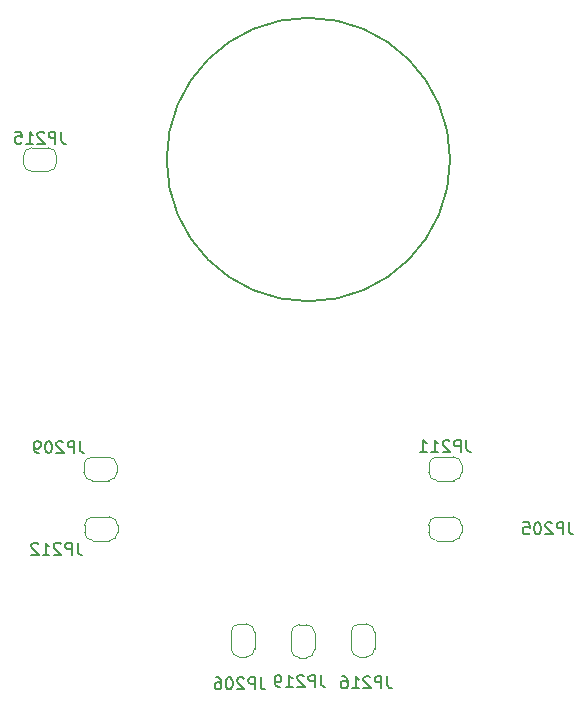
<source format=gbr>
%TF.GenerationSoftware,KiCad,Pcbnew,(6.0.0)*%
%TF.CreationDate,2022-01-14T12:57:49+01:00*%
%TF.ProjectId,ADRmu,4144526d-752e-46b6-9963-61645f706362,rev?*%
%TF.SameCoordinates,Original*%
%TF.FileFunction,Legend,Bot*%
%TF.FilePolarity,Positive*%
%FSLAX46Y46*%
G04 Gerber Fmt 4.6, Leading zero omitted, Abs format (unit mm)*
G04 Created by KiCad (PCBNEW (6.0.0)) date 2022-01-14 12:57:49*
%MOMM*%
%LPD*%
G01*
G04 APERTURE LIST*
%ADD10C,0.150000*%
%ADD11C,0.120000*%
G04 APERTURE END LIST*
D10*
X122000000Y-100000000D02*
G75*
G03*
X122000000Y-100000000I-12000000J0D01*
G01*
%TO.C,JP212*%
X90460714Y-132452380D02*
X90460714Y-133166666D01*
X90508333Y-133309523D01*
X90603571Y-133404761D01*
X90746428Y-133452380D01*
X90841666Y-133452380D01*
X89984523Y-133452380D02*
X89984523Y-132452380D01*
X89603571Y-132452380D01*
X89508333Y-132500000D01*
X89460714Y-132547619D01*
X89413095Y-132642857D01*
X89413095Y-132785714D01*
X89460714Y-132880952D01*
X89508333Y-132928571D01*
X89603571Y-132976190D01*
X89984523Y-132976190D01*
X89032142Y-132547619D02*
X88984523Y-132500000D01*
X88889285Y-132452380D01*
X88651190Y-132452380D01*
X88555952Y-132500000D01*
X88508333Y-132547619D01*
X88460714Y-132642857D01*
X88460714Y-132738095D01*
X88508333Y-132880952D01*
X89079761Y-133452380D01*
X88460714Y-133452380D01*
X87508333Y-133452380D02*
X88079761Y-133452380D01*
X87794047Y-133452380D02*
X87794047Y-132452380D01*
X87889285Y-132595238D01*
X87984523Y-132690476D01*
X88079761Y-132738095D01*
X87127380Y-132547619D02*
X87079761Y-132500000D01*
X86984523Y-132452380D01*
X86746428Y-132452380D01*
X86651190Y-132500000D01*
X86603571Y-132547619D01*
X86555952Y-132642857D01*
X86555952Y-132738095D01*
X86603571Y-132880952D01*
X87175000Y-133452380D01*
X86555952Y-133452380D01*
%TO.C,JP215*%
X89060714Y-97652380D02*
X89060714Y-98366666D01*
X89108333Y-98509523D01*
X89203571Y-98604761D01*
X89346428Y-98652380D01*
X89441666Y-98652380D01*
X88584523Y-98652380D02*
X88584523Y-97652380D01*
X88203571Y-97652380D01*
X88108333Y-97700000D01*
X88060714Y-97747619D01*
X88013095Y-97842857D01*
X88013095Y-97985714D01*
X88060714Y-98080952D01*
X88108333Y-98128571D01*
X88203571Y-98176190D01*
X88584523Y-98176190D01*
X87632142Y-97747619D02*
X87584523Y-97700000D01*
X87489285Y-97652380D01*
X87251190Y-97652380D01*
X87155952Y-97700000D01*
X87108333Y-97747619D01*
X87060714Y-97842857D01*
X87060714Y-97938095D01*
X87108333Y-98080952D01*
X87679761Y-98652380D01*
X87060714Y-98652380D01*
X86108333Y-98652380D02*
X86679761Y-98652380D01*
X86394047Y-98652380D02*
X86394047Y-97652380D01*
X86489285Y-97795238D01*
X86584523Y-97890476D01*
X86679761Y-97938095D01*
X85203571Y-97652380D02*
X85679761Y-97652380D01*
X85727380Y-98128571D01*
X85679761Y-98080952D01*
X85584523Y-98033333D01*
X85346428Y-98033333D01*
X85251190Y-98080952D01*
X85203571Y-98128571D01*
X85155952Y-98223809D01*
X85155952Y-98461904D01*
X85203571Y-98557142D01*
X85251190Y-98604761D01*
X85346428Y-98652380D01*
X85584523Y-98652380D01*
X85679761Y-98604761D01*
X85727380Y-98557142D01*
%TO.C,JP216*%
X116660714Y-143752380D02*
X116660714Y-144466666D01*
X116708333Y-144609523D01*
X116803571Y-144704761D01*
X116946428Y-144752380D01*
X117041666Y-144752380D01*
X116184523Y-144752380D02*
X116184523Y-143752380D01*
X115803571Y-143752380D01*
X115708333Y-143800000D01*
X115660714Y-143847619D01*
X115613095Y-143942857D01*
X115613095Y-144085714D01*
X115660714Y-144180952D01*
X115708333Y-144228571D01*
X115803571Y-144276190D01*
X116184523Y-144276190D01*
X115232142Y-143847619D02*
X115184523Y-143800000D01*
X115089285Y-143752380D01*
X114851190Y-143752380D01*
X114755952Y-143800000D01*
X114708333Y-143847619D01*
X114660714Y-143942857D01*
X114660714Y-144038095D01*
X114708333Y-144180952D01*
X115279761Y-144752380D01*
X114660714Y-144752380D01*
X113708333Y-144752380D02*
X114279761Y-144752380D01*
X113994047Y-144752380D02*
X113994047Y-143752380D01*
X114089285Y-143895238D01*
X114184523Y-143990476D01*
X114279761Y-144038095D01*
X112851190Y-143752380D02*
X113041666Y-143752380D01*
X113136904Y-143800000D01*
X113184523Y-143847619D01*
X113279761Y-143990476D01*
X113327380Y-144180952D01*
X113327380Y-144561904D01*
X113279761Y-144657142D01*
X113232142Y-144704761D01*
X113136904Y-144752380D01*
X112946428Y-144752380D01*
X112851190Y-144704761D01*
X112803571Y-144657142D01*
X112755952Y-144561904D01*
X112755952Y-144323809D01*
X112803571Y-144228571D01*
X112851190Y-144180952D01*
X112946428Y-144133333D01*
X113136904Y-144133333D01*
X113232142Y-144180952D01*
X113279761Y-144228571D01*
X113327380Y-144323809D01*
%TO.C,JP209*%
X90660714Y-123852380D02*
X90660714Y-124566666D01*
X90708333Y-124709523D01*
X90803571Y-124804761D01*
X90946428Y-124852380D01*
X91041666Y-124852380D01*
X90184523Y-124852380D02*
X90184523Y-123852380D01*
X89803571Y-123852380D01*
X89708333Y-123900000D01*
X89660714Y-123947619D01*
X89613095Y-124042857D01*
X89613095Y-124185714D01*
X89660714Y-124280952D01*
X89708333Y-124328571D01*
X89803571Y-124376190D01*
X90184523Y-124376190D01*
X89232142Y-123947619D02*
X89184523Y-123900000D01*
X89089285Y-123852380D01*
X88851190Y-123852380D01*
X88755952Y-123900000D01*
X88708333Y-123947619D01*
X88660714Y-124042857D01*
X88660714Y-124138095D01*
X88708333Y-124280952D01*
X89279761Y-124852380D01*
X88660714Y-124852380D01*
X88041666Y-123852380D02*
X87946428Y-123852380D01*
X87851190Y-123900000D01*
X87803571Y-123947619D01*
X87755952Y-124042857D01*
X87708333Y-124233333D01*
X87708333Y-124471428D01*
X87755952Y-124661904D01*
X87803571Y-124757142D01*
X87851190Y-124804761D01*
X87946428Y-124852380D01*
X88041666Y-124852380D01*
X88136904Y-124804761D01*
X88184523Y-124757142D01*
X88232142Y-124661904D01*
X88279761Y-124471428D01*
X88279761Y-124233333D01*
X88232142Y-124042857D01*
X88184523Y-123947619D01*
X88136904Y-123900000D01*
X88041666Y-123852380D01*
X87232142Y-124852380D02*
X87041666Y-124852380D01*
X86946428Y-124804761D01*
X86898809Y-124757142D01*
X86803571Y-124614285D01*
X86755952Y-124423809D01*
X86755952Y-124042857D01*
X86803571Y-123947619D01*
X86851190Y-123900000D01*
X86946428Y-123852380D01*
X87136904Y-123852380D01*
X87232142Y-123900000D01*
X87279761Y-123947619D01*
X87327380Y-124042857D01*
X87327380Y-124280952D01*
X87279761Y-124376190D01*
X87232142Y-124423809D01*
X87136904Y-124471428D01*
X86946428Y-124471428D01*
X86851190Y-124423809D01*
X86803571Y-124376190D01*
X86755952Y-124280952D01*
%TO.C,JP219*%
X111060714Y-143652380D02*
X111060714Y-144366666D01*
X111108333Y-144509523D01*
X111203571Y-144604761D01*
X111346428Y-144652380D01*
X111441666Y-144652380D01*
X110584523Y-144652380D02*
X110584523Y-143652380D01*
X110203571Y-143652380D01*
X110108333Y-143700000D01*
X110060714Y-143747619D01*
X110013095Y-143842857D01*
X110013095Y-143985714D01*
X110060714Y-144080952D01*
X110108333Y-144128571D01*
X110203571Y-144176190D01*
X110584523Y-144176190D01*
X109632142Y-143747619D02*
X109584523Y-143700000D01*
X109489285Y-143652380D01*
X109251190Y-143652380D01*
X109155952Y-143700000D01*
X109108333Y-143747619D01*
X109060714Y-143842857D01*
X109060714Y-143938095D01*
X109108333Y-144080952D01*
X109679761Y-144652380D01*
X109060714Y-144652380D01*
X108108333Y-144652380D02*
X108679761Y-144652380D01*
X108394047Y-144652380D02*
X108394047Y-143652380D01*
X108489285Y-143795238D01*
X108584523Y-143890476D01*
X108679761Y-143938095D01*
X107632142Y-144652380D02*
X107441666Y-144652380D01*
X107346428Y-144604761D01*
X107298809Y-144557142D01*
X107203571Y-144414285D01*
X107155952Y-144223809D01*
X107155952Y-143842857D01*
X107203571Y-143747619D01*
X107251190Y-143700000D01*
X107346428Y-143652380D01*
X107536904Y-143652380D01*
X107632142Y-143700000D01*
X107679761Y-143747619D01*
X107727380Y-143842857D01*
X107727380Y-144080952D01*
X107679761Y-144176190D01*
X107632142Y-144223809D01*
X107536904Y-144271428D01*
X107346428Y-144271428D01*
X107251190Y-144223809D01*
X107203571Y-144176190D01*
X107155952Y-144080952D01*
%TO.C,JP205*%
X132060714Y-130712380D02*
X132060714Y-131426666D01*
X132108333Y-131569523D01*
X132203571Y-131664761D01*
X132346428Y-131712380D01*
X132441666Y-131712380D01*
X131584523Y-131712380D02*
X131584523Y-130712380D01*
X131203571Y-130712380D01*
X131108333Y-130760000D01*
X131060714Y-130807619D01*
X131013095Y-130902857D01*
X131013095Y-131045714D01*
X131060714Y-131140952D01*
X131108333Y-131188571D01*
X131203571Y-131236190D01*
X131584523Y-131236190D01*
X130632142Y-130807619D02*
X130584523Y-130760000D01*
X130489285Y-130712380D01*
X130251190Y-130712380D01*
X130155952Y-130760000D01*
X130108333Y-130807619D01*
X130060714Y-130902857D01*
X130060714Y-130998095D01*
X130108333Y-131140952D01*
X130679761Y-131712380D01*
X130060714Y-131712380D01*
X129441666Y-130712380D02*
X129346428Y-130712380D01*
X129251190Y-130760000D01*
X129203571Y-130807619D01*
X129155952Y-130902857D01*
X129108333Y-131093333D01*
X129108333Y-131331428D01*
X129155952Y-131521904D01*
X129203571Y-131617142D01*
X129251190Y-131664761D01*
X129346428Y-131712380D01*
X129441666Y-131712380D01*
X129536904Y-131664761D01*
X129584523Y-131617142D01*
X129632142Y-131521904D01*
X129679761Y-131331428D01*
X129679761Y-131093333D01*
X129632142Y-130902857D01*
X129584523Y-130807619D01*
X129536904Y-130760000D01*
X129441666Y-130712380D01*
X128203571Y-130712380D02*
X128679761Y-130712380D01*
X128727380Y-131188571D01*
X128679761Y-131140952D01*
X128584523Y-131093333D01*
X128346428Y-131093333D01*
X128251190Y-131140952D01*
X128203571Y-131188571D01*
X128155952Y-131283809D01*
X128155952Y-131521904D01*
X128203571Y-131617142D01*
X128251190Y-131664761D01*
X128346428Y-131712380D01*
X128584523Y-131712380D01*
X128679761Y-131664761D01*
X128727380Y-131617142D01*
%TO.C,JP206*%
X105960714Y-143852380D02*
X105960714Y-144566666D01*
X106008333Y-144709523D01*
X106103571Y-144804761D01*
X106246428Y-144852380D01*
X106341666Y-144852380D01*
X105484523Y-144852380D02*
X105484523Y-143852380D01*
X105103571Y-143852380D01*
X105008333Y-143900000D01*
X104960714Y-143947619D01*
X104913095Y-144042857D01*
X104913095Y-144185714D01*
X104960714Y-144280952D01*
X105008333Y-144328571D01*
X105103571Y-144376190D01*
X105484523Y-144376190D01*
X104532142Y-143947619D02*
X104484523Y-143900000D01*
X104389285Y-143852380D01*
X104151190Y-143852380D01*
X104055952Y-143900000D01*
X104008333Y-143947619D01*
X103960714Y-144042857D01*
X103960714Y-144138095D01*
X104008333Y-144280952D01*
X104579761Y-144852380D01*
X103960714Y-144852380D01*
X103341666Y-143852380D02*
X103246428Y-143852380D01*
X103151190Y-143900000D01*
X103103571Y-143947619D01*
X103055952Y-144042857D01*
X103008333Y-144233333D01*
X103008333Y-144471428D01*
X103055952Y-144661904D01*
X103103571Y-144757142D01*
X103151190Y-144804761D01*
X103246428Y-144852380D01*
X103341666Y-144852380D01*
X103436904Y-144804761D01*
X103484523Y-144757142D01*
X103532142Y-144661904D01*
X103579761Y-144471428D01*
X103579761Y-144233333D01*
X103532142Y-144042857D01*
X103484523Y-143947619D01*
X103436904Y-143900000D01*
X103341666Y-143852380D01*
X102151190Y-143852380D02*
X102341666Y-143852380D01*
X102436904Y-143900000D01*
X102484523Y-143947619D01*
X102579761Y-144090476D01*
X102627380Y-144280952D01*
X102627380Y-144661904D01*
X102579761Y-144757142D01*
X102532142Y-144804761D01*
X102436904Y-144852380D01*
X102246428Y-144852380D01*
X102151190Y-144804761D01*
X102103571Y-144757142D01*
X102055952Y-144661904D01*
X102055952Y-144423809D01*
X102103571Y-144328571D01*
X102151190Y-144280952D01*
X102246428Y-144233333D01*
X102436904Y-144233333D01*
X102532142Y-144280952D01*
X102579761Y-144328571D01*
X102627380Y-144423809D01*
%TO.C,JP211*%
X123360714Y-123752380D02*
X123360714Y-124466666D01*
X123408333Y-124609523D01*
X123503571Y-124704761D01*
X123646428Y-124752380D01*
X123741666Y-124752380D01*
X122884523Y-124752380D02*
X122884523Y-123752380D01*
X122503571Y-123752380D01*
X122408333Y-123800000D01*
X122360714Y-123847619D01*
X122313095Y-123942857D01*
X122313095Y-124085714D01*
X122360714Y-124180952D01*
X122408333Y-124228571D01*
X122503571Y-124276190D01*
X122884523Y-124276190D01*
X121932142Y-123847619D02*
X121884523Y-123800000D01*
X121789285Y-123752380D01*
X121551190Y-123752380D01*
X121455952Y-123800000D01*
X121408333Y-123847619D01*
X121360714Y-123942857D01*
X121360714Y-124038095D01*
X121408333Y-124180952D01*
X121979761Y-124752380D01*
X121360714Y-124752380D01*
X120408333Y-124752380D02*
X120979761Y-124752380D01*
X120694047Y-124752380D02*
X120694047Y-123752380D01*
X120789285Y-123895238D01*
X120884523Y-123990476D01*
X120979761Y-124038095D01*
X119455952Y-124752380D02*
X120027380Y-124752380D01*
X119741666Y-124752380D02*
X119741666Y-123752380D01*
X119836904Y-123895238D01*
X119932142Y-123990476D01*
X120027380Y-124038095D01*
D11*
%TO.C,JP212*%
X91057500Y-130960000D02*
X91057500Y-131560000D01*
X91757500Y-132260000D02*
X93157500Y-132260000D01*
X93157500Y-130260000D02*
X91757500Y-130260000D01*
X93857500Y-131560000D02*
X93857500Y-130960000D01*
X91757500Y-130260000D02*
G75*
G03*
X91057500Y-130960000I-1J-699999D01*
G01*
X93157500Y-132260000D02*
G75*
G03*
X93857500Y-131560000I1J699999D01*
G01*
X93857500Y-130960000D02*
G75*
G03*
X93157500Y-130260000I-699999J1D01*
G01*
X91057500Y-131560000D02*
G75*
G03*
X91757500Y-132260000I699999J-1D01*
G01*
%TO.C,JP215*%
X85875000Y-99700000D02*
X85875000Y-100300000D01*
X88675000Y-100300000D02*
X88675000Y-99700000D01*
X87975000Y-99000000D02*
X86575000Y-99000000D01*
X86575000Y-101000000D02*
X87975000Y-101000000D01*
X87975000Y-101000000D02*
G75*
G03*
X88675000Y-100300000I1J699999D01*
G01*
X85875000Y-100300000D02*
G75*
G03*
X86575000Y-101000000I699999J-1D01*
G01*
X86575000Y-99000000D02*
G75*
G03*
X85875000Y-99700000I-1J-699999D01*
G01*
X88675000Y-99700000D02*
G75*
G03*
X87975000Y-99000000I-699999J1D01*
G01*
%TO.C,JP216*%
X114315000Y-142117500D02*
X114915000Y-142117500D01*
X114915000Y-139317500D02*
X114315000Y-139317500D01*
X113615000Y-140017500D02*
X113615000Y-141417500D01*
X115615000Y-141417500D02*
X115615000Y-140017500D01*
X115615000Y-140017500D02*
G75*
G03*
X114915000Y-139317500I-699999J1D01*
G01*
X114315000Y-139317500D02*
G75*
G03*
X113615000Y-140017500I-1J-699999D01*
G01*
X114915000Y-142117500D02*
G75*
G03*
X115615000Y-141417500I1J699999D01*
G01*
X113615000Y-141417500D02*
G75*
G03*
X114315000Y-142117500I699999J-1D01*
G01*
%TO.C,JP209*%
X90995000Y-125880000D02*
X90995000Y-126480000D01*
X93795000Y-126480000D02*
X93795000Y-125880000D01*
X91695000Y-127180000D02*
X93095000Y-127180000D01*
X93095000Y-125180000D02*
X91695000Y-125180000D01*
X91695000Y-125180000D02*
G75*
G03*
X90995000Y-125880000I-1J-699999D01*
G01*
X93795000Y-125880000D02*
G75*
G03*
X93095000Y-125180000I-699999J1D01*
G01*
X90995000Y-126480000D02*
G75*
G03*
X91695000Y-127180000I699999J-1D01*
G01*
X93095000Y-127180000D02*
G75*
G03*
X93795000Y-126480000I1J699999D01*
G01*
%TO.C,JP219*%
X108535000Y-140080000D02*
X108535000Y-141480000D01*
X110535000Y-141480000D02*
X110535000Y-140080000D01*
X109835000Y-139380000D02*
X109235000Y-139380000D01*
X109235000Y-142180000D02*
X109835000Y-142180000D01*
X108535000Y-141480000D02*
G75*
G03*
X109235000Y-142180000I699999J-1D01*
G01*
X109835000Y-142180000D02*
G75*
G03*
X110535000Y-141480000I1J699999D01*
G01*
X110535000Y-140080000D02*
G75*
G03*
X109835000Y-139380000I-699999J1D01*
G01*
X109235000Y-139380000D02*
G75*
G03*
X108535000Y-140080000I-1J-699999D01*
G01*
%TO.C,JP205*%
X122279500Y-130260000D02*
X120879500Y-130260000D01*
X122979500Y-131560000D02*
X122979500Y-130960000D01*
X120879500Y-132260000D02*
X122279500Y-132260000D01*
X120179500Y-130960000D02*
X120179500Y-131560000D01*
X120879500Y-130260000D02*
G75*
G03*
X120179500Y-130960000I-1J-699999D01*
G01*
X120179500Y-131560000D02*
G75*
G03*
X120879500Y-132260000I699999J-1D01*
G01*
X122279500Y-132260000D02*
G75*
G03*
X122979500Y-131560000I1J699999D01*
G01*
X122979500Y-130960000D02*
G75*
G03*
X122279500Y-130260000I-699999J1D01*
G01*
%TO.C,JP206*%
X105455000Y-141417500D02*
X105455000Y-140017500D01*
X103455000Y-140017500D02*
X103455000Y-141417500D01*
X104155000Y-142117500D02*
X104755000Y-142117500D01*
X104755000Y-139317500D02*
X104155000Y-139317500D01*
X104755000Y-142117500D02*
G75*
G03*
X105455000Y-141417500I1J699999D01*
G01*
X104155000Y-139317500D02*
G75*
G03*
X103455000Y-140017500I-1J-699999D01*
G01*
X105455000Y-140017500D02*
G75*
G03*
X104755000Y-139317500I-699999J1D01*
G01*
X103455000Y-141417500D02*
G75*
G03*
X104155000Y-142117500I699999J-1D01*
G01*
%TO.C,JP211*%
X120195000Y-125880000D02*
X120195000Y-126480000D01*
X120895000Y-127180000D02*
X122295000Y-127180000D01*
X122995000Y-126480000D02*
X122995000Y-125880000D01*
X122295000Y-125180000D02*
X120895000Y-125180000D01*
X122995000Y-125880000D02*
G75*
G03*
X122295000Y-125180000I-699999J1D01*
G01*
X120195000Y-126480000D02*
G75*
G03*
X120895000Y-127180000I699999J-1D01*
G01*
X122295000Y-127180000D02*
G75*
G03*
X122995000Y-126480000I1J699999D01*
G01*
X120895000Y-125180000D02*
G75*
G03*
X120195000Y-125880000I-1J-699999D01*
G01*
%TD*%
M02*

</source>
